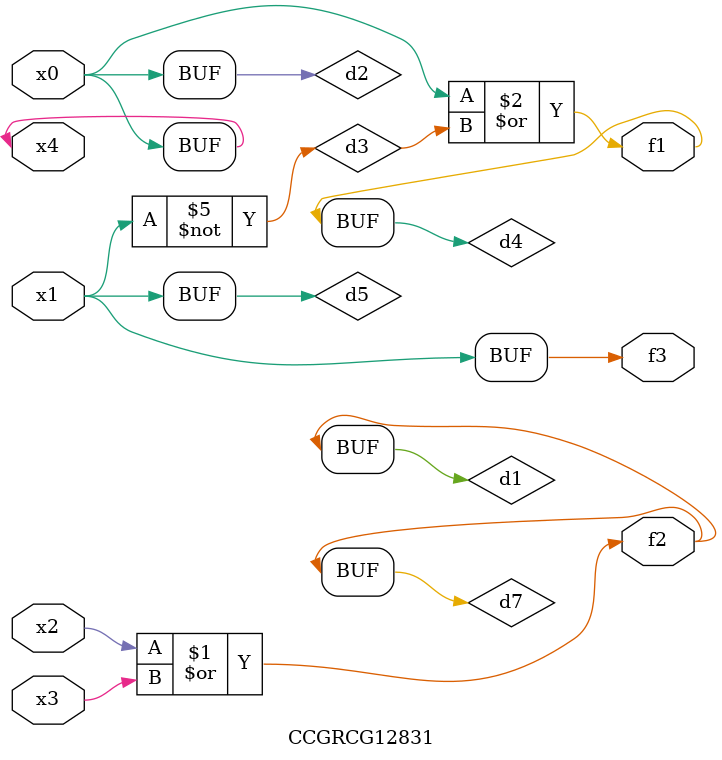
<source format=v>
module CCGRCG12831(
	input x0, x1, x2, x3, x4,
	output f1, f2, f3
);

	wire d1, d2, d3, d4, d5, d6, d7;

	or (d1, x2, x3);
	buf (d2, x0, x4);
	not (d3, x1);
	or (d4, d2, d3);
	not (d5, d3);
	nand (d6, d1, d3);
	or (d7, d1);
	assign f1 = d4;
	assign f2 = d7;
	assign f3 = d5;
endmodule

</source>
